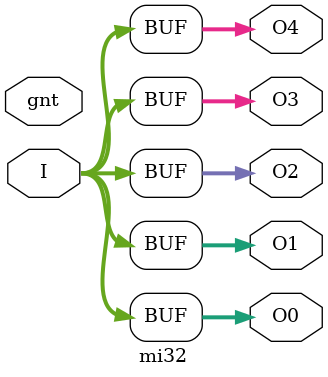
<source format=v>
/************************************************************************
 *     File Name  : mi32.v
 *        Version :
 *           Date : 
 *    Description : 
 *   Dependencies :
 *
 *        Company : Beijing Soul Tech.
 *
 *   Copyright (C) 2008 Beijing Soul tech.
 *
 ***********************************************************************/
module mi32(/*AUTOARG*/
   // Outputs
   O0, O1, O2, O3, O4,
   // Inputs
   I, gnt
   );
   input [31:0] I;
   input [4:0] gnt;
   output [31:0] O0,
		 O1,
		 O2,
		 O3,
		 O4;
   /*assign 	O4 = gnt[4] ? I : 32'hz;
   assign 	O3 = gnt[3] ? I : 32'hz;
   assign 	O2 = gnt[2] ? I : 32'hz;
   assign 	O1 = gnt[1] ? I : 32'hz;
   assign 	O0 = gnt[0] ? I : 32'hz;*/
   assign 	O0 = I;
   assign 	O1 = I;
   assign 	O2 = I;
   assign 	O3 = I;
   assign 	O4 = I;
   
endmodule // mi

</source>
